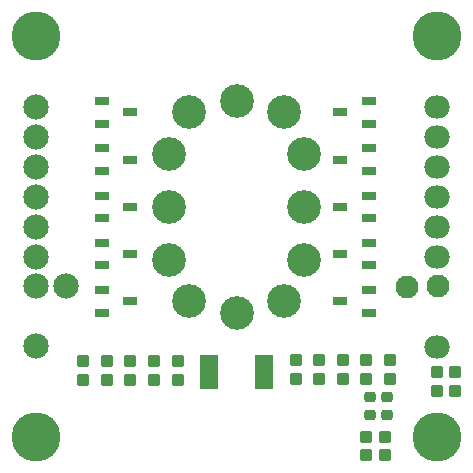
<source format=gbs>
%FSTAX44Y44*%
%MOIN*%
%SFA1B1*%

%IPPOS*%
%AMD18*
4,1,8,-0.019700,0.007800,-0.019700,-0.007800,-0.009800,-0.017700,0.009800,-0.017700,0.019700,-0.007800,0.019700,0.007800,0.009800,0.017700,-0.009800,0.017700,-0.019700,0.007800,0.0*
1,1,0.019764,-0.009800,0.007800*
1,1,0.019764,-0.009800,-0.007800*
1,1,0.019764,0.009800,-0.007800*
1,1,0.019764,0.009800,0.007800*
%
%AMD50*
4,1,8,-0.020700,0.011500,-0.020700,-0.011500,-0.011500,-0.020700,0.011500,-0.020700,0.020700,-0.011500,0.020700,0.011500,0.011500,0.020700,-0.011500,0.020700,-0.020700,0.011500,0.0*
1,1,0.018346,-0.011500,0.011500*
1,1,0.018346,-0.011500,-0.011500*
1,1,0.018346,0.011500,-0.011500*
1,1,0.018346,0.011500,0.011500*
%
%AMD51*
4,1,8,0.011500,0.020700,-0.011500,0.020700,-0.020700,0.011500,-0.020700,-0.011500,-0.011500,-0.020700,0.011500,-0.020700,0.020700,-0.011500,0.020700,0.011500,0.011500,0.020700,0.0*
1,1,0.018346,0.011500,0.011500*
1,1,0.018346,-0.011500,0.011500*
1,1,0.018346,-0.011500,-0.011500*
1,1,0.018346,0.011500,-0.011500*
%
G04~CAMADD=18~8~0.0~0.0~354.3~393.7~98.8~0.0~15~0.0~0.0~0.0~0.0~0~0.0~0.0~0.0~0.0~0~0.0~0.0~0.0~90.0~394.0~354.0*
%ADD18D18*%
%ADD19C,0.163386*%
%ADD20C,0.076771*%
%ADD21C,0.084645*%
%ADD22O,0.084645X0.076771*%
%ADD23C,0.112205*%
G04~CAMADD=50~8~0.0~0.0~413.4~413.4~91.7~0.0~15~0.0~0.0~0.0~0.0~0~0.0~0.0~0.0~0.0~0~0.0~0.0~0.0~90.0~414.0~414.0*
%ADD50D50*%
G04~CAMADD=51~8~0.0~0.0~413.4~413.4~91.7~0.0~15~0.0~0.0~0.0~0.0~0~0.0~0.0~0.0~0.0~0~0.0~0.0~0.0~0.0~413.4~413.4*
%ADD51D51*%
%ADD52R,0.045275X0.029527*%
%ADD53R,0.061024X0.112205*%
%LNnixie_in12-1*%
%LPD*%
G54D18*
X00011698Y00000748D03*
Y00001338D03*
X00011141Y00000747D03*
Y00001338D03*
G54D19*
X0Y00013385D03*
X00013385Y0D03*
Y00013385D03*
X0Y0D03*
G54D20*
X00012388Y00005014D03*
X00013393Y00005027D03*
G54D21*
X00001005Y00005038D03*
X0Y00005039D03*
Y00010023D03*
Y00009023D03*
Y00008023D03*
Y00007023D03*
Y00011023D03*
Y00006023D03*
Y00003055D03*
G54D22*
X00013385Y00011023D03*
Y00008023D03*
Y00007023D03*
Y00009023D03*
Y00006023D03*
Y00010023D03*
X00013379Y00003012D03*
G54D23*
X00008956Y00005905D03*
Y00007677D03*
Y00009448D03*
X00004429D03*
Y00007677D03*
Y00005905D03*
X00006692Y00004133D03*
Y0001122D03*
X00005118Y00004527D03*
Y00010826D03*
X00008267D03*
Y00004527D03*
G54D50*
X00011023Y-0000059D03*
X00011653D03*
X00011023Y00000017D03*
X00011653D03*
G54D51*
X00013385Y00002165D03*
Y00001535D03*
X0001399Y00002165D03*
Y00001535D03*
X00004731Y00001914D03*
Y00002544D03*
X00002368Y00001914D03*
Y00002544D03*
X00010236Y00001929D03*
Y00002559D03*
X00003156Y00001914D03*
Y00002544D03*
X00003943Y00001914D03*
Y00002544D03*
X00001581Y00001914D03*
Y00002544D03*
X00008661Y00001929D03*
Y00002559D03*
X00009444Y00001933D03*
Y00002563D03*
X00011806Y00001933D03*
Y00002563D03*
X00011023Y00001929D03*
Y00002559D03*
G54D52*
X00003149Y00010826D03*
X00002204Y000112D03*
Y00010452D03*
X00003149Y00009251D03*
X00002204Y00009625D03*
Y00008877D03*
X00003149Y00006102D03*
X00002204Y00006476D03*
Y00005728D03*
X00003149Y00004527D03*
X00002204Y00004901D03*
Y00004153D03*
X00010157Y00004527D03*
X00011102Y00004153D03*
Y00004901D03*
X00003149Y00007677D03*
X00002204Y00008051D03*
Y00007303D03*
X00010157Y00009251D03*
X00011102Y00008877D03*
Y00009625D03*
X00010157Y00010826D03*
X00011102Y00010452D03*
Y000112D03*
X00010157Y00006102D03*
X00011102Y00005728D03*
Y00006476D03*
X00010157Y00007677D03*
X00011102Y00007303D03*
Y00008051D03*
G54D53*
X00005787Y00002165D03*
X00007598D03*
M02*
</source>
